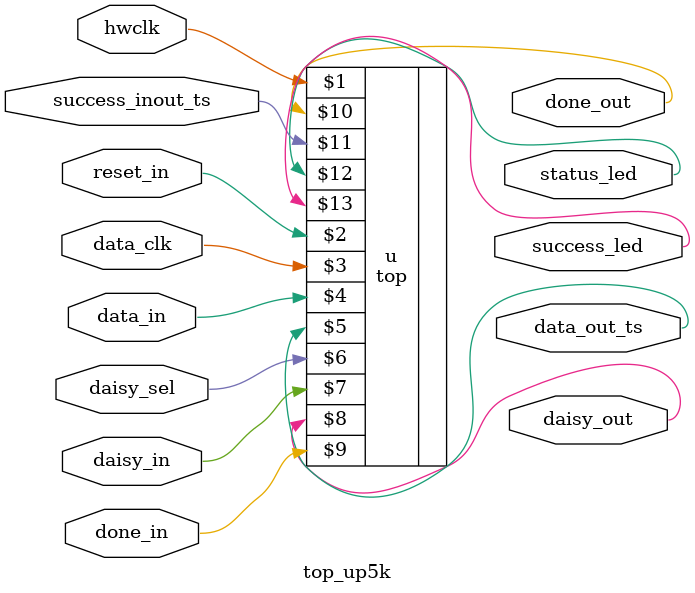
<source format=v>
`define ICE40

module top_up5k
(
  hwclk,
  reset_in,
  // Global data
  data_clk,
  data_in,
  data_out_ts,
  // Daisy data
  daisy_sel,
  daisy_in,
  daisy_out,
  // Done flags
  done_in,
  done_out,
  // Success flags
  success_inout_ts,
  // Indicators
  status_led,
  success_led
);

    `define SHAPOOL_NO_NONCE_OFFSET // Required for POOL_SIZE = 1

    parameter POOL_SIZE       = 1;
    parameter POOL_SIZE_LOG2  = 0;
    parameter BASE_DIFFICULTY = 64;

    // 12 MHz ~ 56.25 MHz
    parameter PLL_DIVR = 4'b0000;
    parameter PLL_DIVF = 7'b1001010;
    parameter PLL_DIVQ = 3'b100;

    input wire hwclk;
    input wire reset_in;

    input wire data_clk;
    input wire data_in;
    output wire data_out_ts;

    input wire daisy_sel;
    input wire daisy_in;
    output wire daisy_out;

    input wire done_in;
    output wire done_out;

    inout wire success_inout_ts;

    output wire status_led;
    output wire success_led;

    top #(
      .POOL_SIZE(POOL_SIZE),
      .POOL_SIZE_LOG2(POOL_SIZE_LOG2),
      .BASE_DIFFICULTY(BASE_DIFFICULTY),
      .PLL_DIVR(PLL_DIVR),
      .PLL_DIVF(PLL_DIVF),
      .PLL_DIVQ(PLL_DIVQ)
    )
    u (
      hwclk,
      reset_in,
      // Global data
      data_clk,
      data_in,
      data_out_ts,
      // Daisy data
      daisy_sel,
      daisy_in,
      daisy_out,
      // Done flags
      done_in,
      done_out,
      // Success flags
      success_inout_ts,
      // Indicators
      status_led,
      success_led
    );

endmodule

</source>
